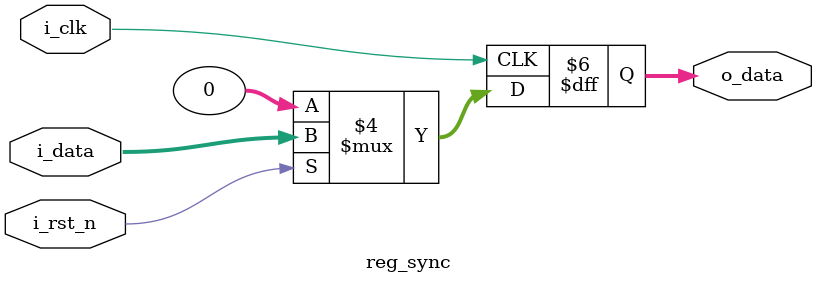
<source format=sv>
module reg_sync #(
    parameter DATA_WIDTH = 32,
    parameter RSTN_VALUE =  0
) (
    input  logic                      i_clk,
    input  logic                      i_rst_n,
    input  logic [DATA_WIDTH - 1 : 0] i_data,
    output logic [DATA_WIDTH - 1 : 0] o_data
);

    always_ff @(posedge i_clk) begin
        if (!i_rst_n) begin
            o_data <= RSTN_VALUE;
        end
        else begin
            o_data <= i_data;
        end
    end

endmodule

</source>
